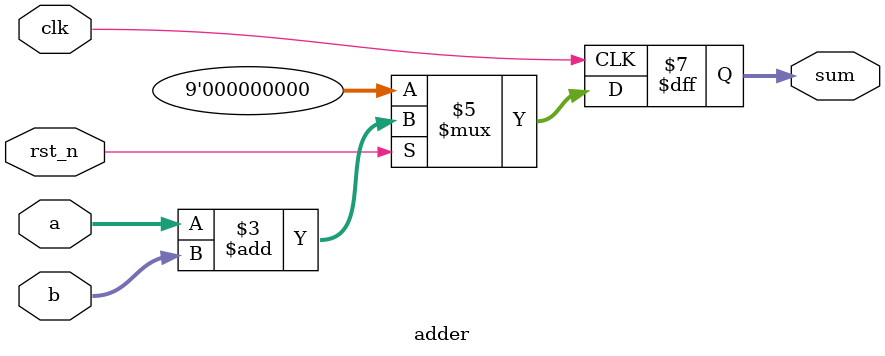
<source format=sv>
module adder (
    input  logic        clk,
    input  logic        rst_n,
    input  logic [7:0]  a,
    input  logic [7:0]  b,
    output logic [8:0]  sum
);

    always_ff @(posedge clk) begin
        if (!rst_n)
            sum <= '0;
        else
            sum <= a + b;
    end

endmodule

</source>
